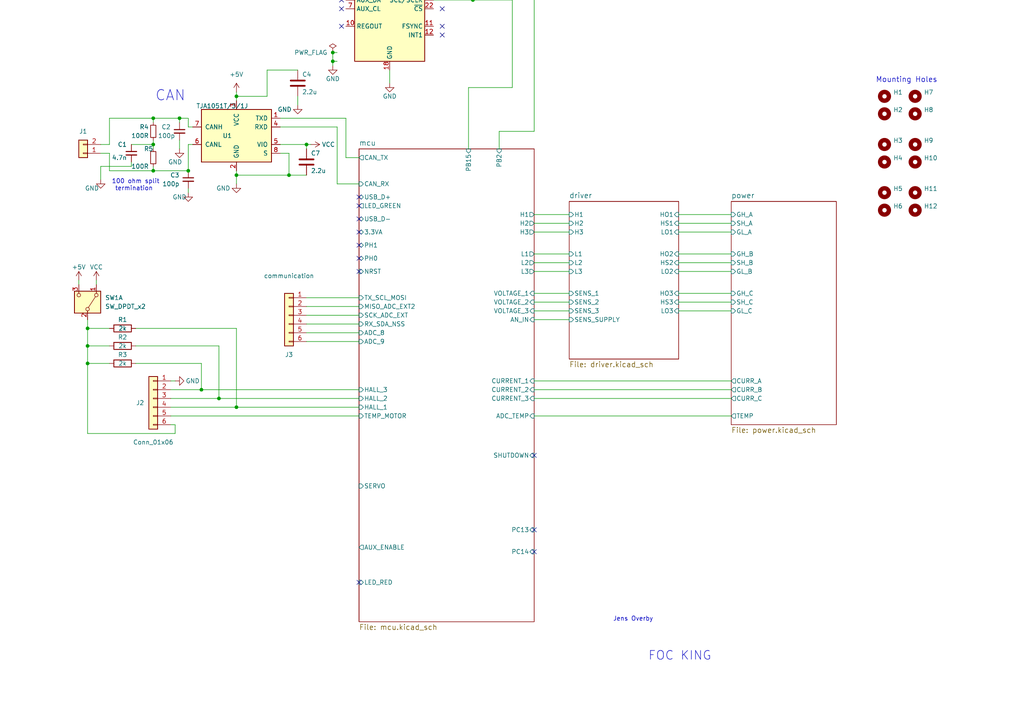
<source format=kicad_sch>
(kicad_sch (version 20230121) (generator eeschema)
  (paper "A4")
  (lib_symbols
    (symbol "BLDC_4-rescue:C-RESCUE-BLDC_4" (pin_numbers hide) (pin_names (offset 0.254))
      (property "Reference" "C" (at 0 2.54 0))
      (property "Value" "C-RESCUE-BLDC_4" (at 0.1524 -2.159 0))
      (symbol "C-RESCUE-BLDC_4_0_1"
        (polyline (pts (xy -2.032 -0.762) (xy 2.032 -0.762)) (stroke (width 0.508)))
        (polyline (pts (xy -2.032 0.762) (xy 2.032 0.762)) (stroke (width 0.508)))
      )
      (symbol "C-RESCUE-BLDC_4_1_1"
        (pin passive line (at 0 5.08 270) (length 4.318) (name "~") (number "1"))
        (pin passive line (at 0 -5.08 90) (length 4.318) (name "~") (number "2"))
      )
    )
    (symbol "BLDC_4-rescue:R-RESCUE-BLDC_4" (pin_numbers hide) (pin_names (offset 0))
      (property "Reference" "R" (at 2.032 0 90))
      (property "Value" "R-RESCUE-BLDC_4" (at 0.1778 0.0254 90))
      (symbol "R-RESCUE-BLDC_4_0_1"
        (rectangle (start -1.016 3.81) (end 1.016 -3.81) (stroke (width 0.3048)))
      )
      (symbol "R-RESCUE-BLDC_4_1_1"
        (pin passive line (at 0 6.35 270) (length 2.54) (name "~") (number "1"))
        (pin passive line (at 0 -6.35 90) (length 2.54) (name "~") (number "2"))
      )
    )
    (symbol "Connector_Generic:Conn_01x02" (pin_names (offset 1.016) hide)
      (property "Reference" "J" (at 0 2.54 0))
      (property "Value" "Conn_01x02" (at 0 -5.08 0))
      (symbol "Conn_01x02_1_1"
        (rectangle (start -1.27 -2.413) (end 0 -2.667) (stroke (width 0.1524)))
        (rectangle (start -1.27 0.127) (end 0 -0.127) (stroke (width 0.1524)))
        (rectangle (start -1.27 1.27) (end 1.27 -3.81) (stroke (width 0.254)) (fill (type background)))
        (pin passive line (at -5.08 0 0) (length 3.81) (name "Pin_1") (number "1"))
        (pin passive line (at -5.08 -2.54 0) (length 3.81) (name "Pin_2") (number "2"))
      )
    )
    (symbol "Connector_Generic:Conn_01x06" (pin_names (offset 1.016) hide)
      (property "Reference" "J" (at 0 7.62 0))
      (property "Value" "Conn_01x06" (at 0 -10.16 0))
      (symbol "Conn_01x06_1_1"
        (rectangle (start -1.27 -7.493) (end 0 -7.747) (stroke (width 0.1524)))
        (rectangle (start -1.27 -4.953) (end 0 -5.207) (stroke (width 0.1524)))
        (rectangle (start -1.27 -2.413) (end 0 -2.667) (stroke (width 0.1524)))
        (rectangle (start -1.27 0.127) (end 0 -0.127) (stroke (width 0.1524)))
        (rectangle (start -1.27 2.667) (end 0 2.413) (stroke (width 0.1524)))
        (rectangle (start -1.27 5.207) (end 0 4.953) (stroke (width 0.1524)))
        (rectangle (start -1.27 6.35) (end 1.27 -8.89) (stroke (width 0.254)) (fill (type background)))
        (pin passive line (at -5.08 5.08 0) (length 3.81) (name "Pin_1") (number "1"))
        (pin passive line (at -5.08 2.54 0) (length 3.81) (name "Pin_2") (number "2"))
        (pin passive line (at -5.08 0 0) (length 3.81) (name "Pin_3") (number "3"))
        (pin passive line (at -5.08 -2.54 0) (length 3.81) (name "Pin_4") (number "4"))
        (pin passive line (at -5.08 -5.08 0) (length 3.81) (name "Pin_5") (number "5"))
        (pin passive line (at -5.08 -7.62 0) (length 3.81) (name "Pin_6") (number "6"))
      )
    )
    (symbol "Device:C" (pin_numbers hide) (pin_names (offset 0.254))
      (property "Reference" "C" (at 0.635 2.54 0))
      (property "Value" "C" (at 0.635 -2.54 0))
      (symbol "C_0_1"
        (polyline (pts (xy -2.032 -0.762) (xy 2.032 -0.762)) (stroke (width 0.508)))
        (polyline (pts (xy -2.032 0.762) (xy 2.032 0.762)) (stroke (width 0.508)))
      )
      (symbol "C_1_1"
        (pin passive line (at 0 3.81 270) (length 2.794) (name "~") (number "1"))
        (pin passive line (at 0 -3.81 90) (length 2.794) (name "~") (number "2"))
      )
    )
    (symbol "Device:C_Small" (pin_numbers hide) (pin_names (offset 0.254) hide)
      (property "Reference" "C" (at 0.254 1.778 0))
      (property "Value" "C_Small" (at 0.254 -2.032 0))
      (symbol "C_Small_0_1"
        (polyline (pts (xy -1.524 -0.508) (xy 1.524 -0.508)) (stroke (width 0.3302)))
        (polyline (pts (xy -1.524 0.508) (xy 1.524 0.508)) (stroke (width 0.3048)))
      )
      (symbol "C_Small_1_1"
        (pin passive line (at 0 2.54 270) (length 2.032) (name "~") (number "1"))
        (pin passive line (at 0 -2.54 90) (length 2.032) (name "~") (number "2"))
      )
    )
    (symbol "Device:R" (pin_numbers hide) (pin_names (offset 0))
      (property "Reference" "R" (at 2.032 0 90))
      (property "Value" "R" (at 0 0 90))
      (symbol "R_0_1"
        (rectangle (start -1.016 -2.54) (end 1.016 2.54) (stroke (width 0.254)))
      )
      (symbol "R_1_1"
        (pin passive line (at 0 3.81 270) (length 1.27) (name "~") (number "1"))
        (pin passive line (at 0 -3.81 90) (length 1.27) (name "~") (number "2"))
      )
    )
    (symbol "Device:R_Small" (pin_numbers hide) (pin_names (offset 0.254) hide)
      (property "Reference" "R" (at 0.762 0.508 0))
      (property "Value" "R_Small" (at 0.762 -1.016 0))
      (symbol "R_Small_0_1"
        (rectangle (start -0.762 1.778) (end 0.762 -1.778) (stroke (width 0.2032)))
      )
      (symbol "R_Small_1_1"
        (pin passive line (at 0 2.54 270) (length 0.762) (name "~") (number "1"))
        (pin passive line (at 0 -2.54 90) (length 0.762) (name "~") (number "2"))
      )
    )
    (symbol "Interface_CAN_LIN:TJA1051T-3" (pin_names (offset 1.016))
      (property "Reference" "U" (at -10.16 8.89 0))
      (property "Value" "TJA1051T-3" (at 1.27 8.89 0))
      (symbol "TJA1051T-3_0_1"
        (rectangle (start -10.16 7.62) (end 10.16 -7.62) (stroke (width 0.254)) (fill (type background)))
      )
      (symbol "TJA1051T-3_1_1"
        (pin input line (at -12.7 5.08 0) (length 2.54) (name "TXD") (number "1"))
        (pin power_in line (at 0 -10.16 90) (length 2.54) (name "GND") (number "2"))
        (pin power_in line (at 0 10.16 270) (length 2.54) (name "VCC") (number "3"))
        (pin output line (at -12.7 2.54 0) (length 2.54) (name "RXD") (number "4"))
        (pin power_in line (at -12.7 -2.54 0) (length 2.54) (name "VIO") (number "5"))
        (pin bidirectional line (at 12.7 -2.54 180) (length 2.54) (name "CANL") (number "6"))
        (pin bidirectional line (at 12.7 2.54 180) (length 2.54) (name "CANH") (number "7"))
        (pin input line (at -12.7 -5.08 0) (length 2.54) (name "S") (number "8"))
      )
    )
    (symbol "Mechanical:MountingHole" (pin_names (offset 1.016))
      (property "Reference" "H" (at 0 5.08 0))
      (property "Value" "MountingHole" (at 0 3.175 0))
      (symbol "MountingHole_0_1"
        (circle (center 0 0) (radius 1.27) (stroke (width 1.27)))
      )
    )
    (symbol "Sensor_Motion:ICM-20948"
      (property "Reference" "U" (at -11.43 16.51 0))
      (property "Value" "ICM-20948" (at 7.62 -16.51 0))
      (symbol "ICM-20948_0_1"
        (rectangle (start -10.16 15.24) (end 10.16 -15.24) (stroke (width 0.254)) (fill (type background)))
      )
      (symbol "ICM-20948_1_1"
        (pin no_connect line (at -10.16 12.7 0) (length 2.54) hide (name "NC") (number "1"))
        (pin passive line (at 12.7 -5.08 180) (length 2.54) (name "REGOUT") (number "10"))
        (pin input line (at -12.7 -5.08 0) (length 2.54) (name "FSYNC") (number "11"))
        (pin output line (at -12.7 -7.62 0) (length 2.54) (name "INT1") (number "12"))
        (pin power_in line (at 2.54 17.78 270) (length 2.54) (name "VDD") (number "13"))
        (pin no_connect line (at 10.16 7.62 180) (length 2.54) hide (name "NC") (number "14"))
        (pin no_connect line (at 10.16 5.08 180) (length 2.54) hide (name "NC") (number "15"))
        (pin no_connect line (at 10.16 -7.62 180) (length 2.54) hide (name "NC") (number "16"))
        (pin no_connect line (at 10.16 -10.16 180) (length 2.54) hide (name "NC") (number "17"))
        (pin power_in line (at 0 -17.78 90) (length 2.54) (name "GND") (number "18"))
        (pin no_connect line (at 10.16 -12.7 180) (length 2.54) hide (name "RESV") (number "19"))
        (pin no_connect line (at -10.16 10.16 0) (length 2.54) hide (name "NC") (number "2"))
        (pin passive line (at 0 -17.78 90) (length 2.54) hide (name "GND") (number "20"))
        (pin bidirectional line (at 12.7 2.54 180) (length 2.54) (name "AUX_DA") (number "21"))
        (pin input line (at -12.7 0 0) (length 2.54) (name "~{CS}") (number "22"))
        (pin input line (at -12.7 2.54 0) (length 2.54) (name "SCL/SCLK") (number "23"))
        (pin bidirectional line (at -12.7 5.08 0) (length 2.54) (name "SDA/SDI") (number "24"))
        (pin no_connect line (at -10.16 -2.54 0) (length 2.54) hide (name "NC") (number "3"))
        (pin no_connect line (at -10.16 -10.16 0) (length 2.54) hide (name "NC") (number "4"))
        (pin no_connect line (at -10.16 -12.7 0) (length 2.54) hide (name "NC") (number "5"))
        (pin no_connect line (at 10.16 10.16 180) (length 2.54) hide (name "NC") (number "6"))
        (pin output line (at 12.7 0 180) (length 2.54) (name "AUX_CL") (number "7"))
        (pin power_in line (at -2.54 17.78 270) (length 2.54) (name "VDDIO") (number "8"))
        (pin bidirectional line (at -12.7 7.62 0) (length 2.54) (name "SDO/AD0") (number "9"))
      )
    )
    (symbol "Switch:SW_DPDT_x2" (pin_names (offset 0) hide)
      (property "Reference" "SW" (at 0 5.08 0))
      (property "Value" "SW_DPDT_x2" (at 0 -5.08 0))
      (symbol "SW_DPDT_x2_0_0"
        (circle (center -2.032 0) (radius 0.508))
        (circle (center 2.032 -2.54) (radius 0.508))
      )
      (symbol "SW_DPDT_x2_0_1"
        (rectangle (start -3.175 3.81) (end 3.175 -3.81) (stroke (width 0.254)) (fill (type background)))
        (polyline (pts (xy -1.524 0.254) (xy 1.5748 2.286)))
        (circle (center 2.032 2.54) (radius 0.508))
      )
      (symbol "SW_DPDT_x2_1_1"
        (pin passive line (at 5.08 2.54 180) (length 2.54) (name "A") (number "1"))
        (pin passive line (at -5.08 0 0) (length 2.54) (name "B") (number "2"))
        (pin passive line (at 5.08 -2.54 180) (length 2.54) (name "C") (number "3"))
      )
      (symbol "SW_DPDT_x2_2_1"
        (pin passive line (at 5.08 2.54 180) (length 2.54) (name "A") (number "4"))
        (pin passive line (at -5.08 0 0) (length 2.54) (name "B") (number "5"))
        (pin passive line (at 5.08 -2.54 180) (length 2.54) (name "C") (number "6"))
      )
    )
    (symbol "power:+5V" (power) (pin_names (offset 0))
      (property "Value" "+5V" (at 0 3.556 0))
      (symbol "+5V_0_1"
        (polyline (pts (xy -0.762 1.27) (xy 0 2.54)))
        (polyline (pts (xy 0 0) (xy 0 2.54)))
        (polyline (pts (xy 0 2.54) (xy 0.762 1.27)))
      )
      (symbol "+5V_1_1"
        (pin power_in line (at 0 0 90) (length 0) hide (name "+5V") (number "1"))
      )
    )
    (symbol "power:GND" (power) (pin_names (offset 0))
      (property "Value" "GND" (at 0 -3.81 0))
      (symbol "GND_0_1"
        (polyline (pts (xy 0 0) (xy 0 -1.27) (xy 1.27 -1.27) (xy 0 -2.54) (xy -1.27 -1.27) (xy 0 -1.27)))
      )
      (symbol "GND_1_1"
        (pin power_in line (at 0 0 270) (length 0) hide (name "GND") (number "1"))
      )
    )
    (symbol "power:PWR_FLAG" (power) (pin_numbers hide) (pin_names (offset 0) hide)
      (property "Value" "PWR_FLAG" (at 0 3.81 0))
      (symbol "PWR_FLAG_0_0"
        (pin power_out line (at 0 0 90) (length 0) (name "pwr") (number "1"))
      )
      (symbol "PWR_FLAG_0_1"
        (polyline (pts (xy 0 0) (xy 0 1.27) (xy -1.016 1.905) (xy 0 2.54) (xy 1.016 1.905) (xy 0 1.27)))
      )
    )
    (symbol "power:VCC" (power) (pin_names (offset 0))
      (property "Value" "VCC" (at 0 3.81 0))
      (symbol "VCC_0_1"
        (polyline (pts (xy -0.762 1.27) (xy 0 2.54)))
        (polyline (pts (xy 0 0) (xy 0 2.54)))
        (polyline (pts (xy 0 2.54) (xy 0.762 1.27)))
      )
      (symbol "VCC_1_1"
        (pin power_in line (at 0 0 90) (length 0) hide (name "VCC") (number "1"))
      )
    )
  )
  (junction (at 52.07 34.29))
  (junction (at 54.61 49.53))
  (junction (at 83.82 50.8))
  (junction (at 137.16 -19.05))
  (junction (at 25.4 100.33))
  (junction (at 44.45 41.91))
  (junction (at 68.58 27.94))
  (junction (at 110.49 -15.24))
  (junction (at 137.16 0))
  (junction (at 101.6 -15.24))
  (junction (at 146.05 -2.54))
  (junction (at 44.45 49.53))
  (junction (at 115.57 -15.24))
  (junction (at 96.52 15.24))
  (junction (at 63.5 -15.24))
  (junction (at 58.42 113.03))
  (junction (at 60.96 -15.24))
  (junction (at 68.58 50.8))
  (junction (at 44.45 34.29))
  (junction (at 96.52 17.78))
  (junction (at 50.8 -13.97))
  (junction (at 25.4 105.41))
  (junction (at 63.5 115.57))
  (junction (at 120.65 -15.24))
  (junction (at 25.4 95.25))
  (junction (at 68.58 118.11))
  (junction (at 88.9 41.91))
  (no_connect (at 154.94 132.08))
  (no_connect (at 104.14 168.91))
  (no_connect (at 99.06 0))
  (no_connect (at 99.06 7.62))
  (no_connect (at 128.27 10.16))
  (no_connect (at 154.94 153.67))
  (no_connect (at 128.27 -5.08))
  (no_connect (at 99.06 2.54))
  (no_connect (at 154.94 160.02))
  (no_connect (at 128.27 2.54))
  (no_connect (at 104.14 63.5))
  (no_connect (at 104.14 57.15))
  (no_connect (at 104.14 59.69))
  (no_connect (at 104.14 74.93))
  (no_connect (at 104.14 67.31))
  (no_connect (at 104.14 71.12))
  (no_connect (at 104.14 78.74))
  (no_connect (at 128.27 7.62))
  (wire (pts (xy 60.96 -17.78) (xy 60.96 -15.24)))
  (wire (pts (xy 58.42 113.03) (xy 104.14 113.03)))
  (wire (pts (xy 116.84 -36.83) (xy 116.84 -33.02)))
  (wire (pts (xy 146.05 -19.05) (xy 137.16 -19.05)))
  (wire (pts (xy 96.52 15.24) (xy 96.52 17.78)))
  (wire (pts (xy 165.1 62.23) (xy 154.94 62.23)))
  (wire (pts (xy 25.4 95.25) (xy 31.75 95.25)))
  (wire (pts (xy 81.28 41.91) (xy 88.9 41.91)))
  (wire (pts (xy 63.5 100.33) (xy 63.5 115.57)))
  (wire (pts (xy 196.85 90.17) (xy 212.09 90.17)))
  (wire (pts (xy 39.37 95.25) (xy 68.58 95.25)))
  (wire (pts (xy 29.21 41.91) (xy 31.75 41.91)))
  (wire (pts (xy 54.61 41.91) (xy 54.61 49.53)))
  (wire (pts (xy 31.75 44.45) (xy 31.75 49.53)))
  (wire (pts (xy 146.05 -2.54) (xy 146.05 -5.08)))
  (wire (pts (xy 154.94 -2.54) (xy 146.05 -2.54)))
  (wire (pts (xy 97.79 36.83) (xy 97.79 53.34)))
  (wire (pts (xy 46.99 -13.97) (xy 46.99 -11.43)))
  (wire (pts (xy 165.1 64.77) (xy 154.94 64.77)))
  (wire (pts (xy 154.94 115.57) (xy 212.09 115.57)))
  (wire (pts (xy 212.09 87.63) (xy 196.85 87.63)))
  (wire (pts (xy 146.05 -17.78) (xy 146.05 -19.05)))
  (wire (pts (xy 77.47 20.32) (xy 77.47 27.94)))
  (wire (pts (xy 44.45 34.29) (xy 44.45 35.56)))
  (wire (pts (xy 39.37 100.33) (xy 63.5 100.33)))
  (wire (pts (xy 109.22 -36.83) (xy 109.22 -33.02)))
  (wire (pts (xy 86.36 27.94) (xy 86.36 30.48)))
  (wire (pts (xy 88.9 43.18) (xy 88.9 41.91)))
  (wire (pts (xy 39.37 105.41) (xy 58.42 105.41)))
  (wire (pts (xy 50.8 123.19) (xy 50.8 125.73)))
  (wire (pts (xy 125.73 -2.54) (xy 146.05 -2.54)))
  (wire (pts (xy 154.94 113.03) (xy 212.09 113.03)))
  (wire (pts (xy 137.16 -19.05) (xy 137.16 -21.59)))
  (wire (pts (xy 154.94 78.74) (xy 165.1 78.74)))
  (wire (pts (xy 63.5 -15.24) (xy 80.01 -15.24)))
  (wire (pts (xy 96.52 17.78) (xy 97.79 17.78)))
  (wire (pts (xy 81.28 36.83) (xy 97.79 36.83)))
  (wire (pts (xy 31.75 34.29) (xy 31.75 41.91)))
  (wire (pts (xy 148.59 25.4) (xy 148.59 0)))
  (wire (pts (xy 137.16 -5.08) (xy 137.16 0)))
  (wire (pts (xy 154.94 92.71) (xy 165.1 92.71)))
  (wire (pts (xy 58.42 105.41) (xy 58.42 113.03)))
  (wire (pts (xy 88.9 93.98) (xy 104.14 93.98)))
  (wire (pts (xy 165.1 90.17) (xy 154.94 90.17)))
  (wire (pts (xy 25.4 105.41) (xy 31.75 105.41)))
  (wire (pts (xy 88.9 96.52) (xy 104.14 96.52)))
  (wire (pts (xy 68.58 50.8) (xy 68.58 53.34)))
  (wire (pts (xy 135.89 25.4) (xy 148.59 25.4)))
  (wire (pts (xy 110.49 -15.24) (xy 115.57 -15.24)))
  (wire (pts (xy 52.07 40.64) (xy 52.07 43.18)))
  (wire (pts (xy 68.58 27.94) (xy 68.58 29.21)))
  (wire (pts (xy 54.61 49.53) (xy 44.45 49.53)))
  (wire (pts (xy 68.58 95.25) (xy 68.58 118.11)))
  (wire (pts (xy 31.75 49.53) (xy 44.45 49.53)))
  (wire (pts (xy 49.53 113.03) (xy 58.42 113.03)))
  (wire (pts (xy 135.89 43.18) (xy 135.89 25.4)))
  (wire (pts (xy 212.09 73.66) (xy 196.85 73.66)))
  (wire (pts (xy 49.53 115.57) (xy 63.5 115.57)))
  (wire (pts (xy 81.28 34.29) (xy 100.33 34.29)))
  (wire (pts (xy 120.65 -22.86) (xy 116.84 -22.86)))
  (wire (pts (xy 109.22 -22.86) (xy 101.6 -22.86)))
  (wire (pts (xy 88.9 99.06) (xy 104.14 99.06)))
  (wire (pts (xy 154.94 76.2) (xy 165.1 76.2)))
  (wire (pts (xy 44.45 49.53) (xy 44.45 48.26)))
  (wire (pts (xy 137.16 -17.78) (xy 137.16 -19.05)))
  (wire (pts (xy 196.85 67.31) (xy 212.09 67.31)))
  (wire (pts (xy 52.07 34.29) (xy 54.61 34.29)))
  (wire (pts (xy 50.8 -13.97) (xy 50.8 -10.16)))
  (wire (pts (xy 55.88 41.91) (xy 54.61 41.91)))
  (wire (pts (xy 50.8 -17.78) (xy 50.8 -13.97)))
  (wire (pts (xy 212.09 64.77) (xy 196.85 64.77)))
  (wire (pts (xy 25.4 92.71) (xy 25.4 95.25)))
  (wire (pts (xy 212.09 78.74) (xy 196.85 78.74)))
  (wire (pts (xy 77.47 27.94) (xy 68.58 27.94)))
  (wire (pts (xy 49.53 120.65) (xy 104.14 120.65)))
  (wire (pts (xy 83.82 50.8) (xy 88.9 50.8)))
  (wire (pts (xy 125.73 0) (xy 137.16 0)))
  (wire (pts (xy 44.45 40.64) (xy 44.45 41.91)))
  (wire (pts (xy 44.45 34.29) (xy 52.07 34.29)))
  (wire (pts (xy 88.9 91.44) (xy 104.14 91.44)))
  (wire (pts (xy 22.86 81.28) (xy 22.86 82.55)))
  (wire (pts (xy 55.88 36.83) (xy 54.61 36.83)))
  (wire (pts (xy 88.9 88.9) (xy 104.14 88.9)))
  (wire (pts (xy 38.1 41.91) (xy 44.45 41.91)))
  (wire (pts (xy 90.17 41.91) (xy 88.9 41.91)))
  (wire (pts (xy 196.85 85.09) (xy 212.09 85.09)))
  (wire (pts (xy 154.94 110.49) (xy 212.09 110.49)))
  (wire (pts (xy 50.8 125.73) (xy 25.4 125.73)))
  (wire (pts (xy 63.5 -17.78) (xy 63.5 -15.24)))
  (wire (pts (xy 86.36 20.32) (xy 77.47 20.32)))
  (wire (pts (xy 54.61 34.29) (xy 54.61 36.83)))
  (wire (pts (xy 154.94 73.66) (xy 165.1 73.66)))
  (wire (pts (xy 27.94 81.28) (xy 27.94 82.55)))
  (wire (pts (xy 144.78 38.1) (xy 154.94 38.1)))
  (wire (pts (xy 25.4 100.33) (xy 25.4 95.25)))
  (wire (pts (xy 38.1 46.99) (xy 38.1 48.26)))
  (wire (pts (xy 68.58 118.11) (xy 49.53 118.11)))
  (wire (pts (xy 52.07 34.29) (xy 52.07 35.56)))
  (wire (pts (xy 29.21 48.26) (xy 29.21 52.07)))
  (wire (pts (xy 125.73 -15.24) (xy 120.65 -15.24)))
  (wire (pts (xy 165.1 67.31) (xy 154.94 67.31)))
  (wire (pts (xy 125.73 -36.83) (xy 125.73 -33.02)))
  (wire (pts (xy 196.85 62.23) (xy 212.09 62.23)))
  (wire (pts (xy 100.33 34.29) (xy 100.33 45.72)))
  (wire (pts (xy 25.4 125.73) (xy 25.4 105.41)))
  (wire (pts (xy 120.65 -15.24) (xy 115.57 -15.24)))
  (wire (pts (xy 31.75 34.29) (xy 44.45 34.29)))
  (wire (pts (xy 68.58 118.11) (xy 104.14 118.11)))
  (wire (pts (xy 54.61 54.61) (xy 54.61 55.88)))
  (wire (pts (xy 49.53 123.19) (xy 50.8 123.19)))
  (wire (pts (xy 29.21 48.26) (xy 38.1 48.26)))
  (wire (pts (xy 101.6 -22.86) (xy 101.6 -15.24)))
  (wire (pts (xy 92.71 -15.24) (xy 101.6 -15.24)))
  (wire (pts (xy 63.5 115.57) (xy 104.14 115.57)))
  (wire (pts (xy 83.82 50.8) (xy 83.82 44.45)))
  (wire (pts (xy 154.94 38.1) (xy 154.94 -2.54)))
  (wire (pts (xy 50.8 -13.97) (xy 46.99 -13.97)))
  (wire (pts (xy 113.03 20.32) (xy 113.03 24.13)))
  (wire (pts (xy 100.33 45.72) (xy 104.14 45.72)))
  (wire (pts (xy 63.5 -15.24) (xy 60.96 -15.24)))
  (wire (pts (xy 97.79 53.34) (xy 104.14 53.34)))
  (wire (pts (xy 68.58 26.67) (xy 68.58 27.94)))
  (wire (pts (xy 144.78 43.18) (xy 144.78 38.1)))
  (wire (pts (xy 120.65 -15.24) (xy 120.65 -22.86)))
  (wire (pts (xy 101.6 -15.24) (xy 110.49 -15.24)))
  (wire (pts (xy 25.4 105.41) (xy 25.4 100.33)))
  (wire (pts (xy 49.53 110.49) (xy 50.8 110.49)))
  (wire (pts (xy 196.85 76.2) (xy 212.09 76.2)))
  (wire (pts (xy 154.94 87.63) (xy 165.1 87.63)))
  (wire (pts (xy 96.52 17.78) (xy 96.52 19.05)))
  (wire (pts (xy 60.96 -15.24) (xy 60.96 -10.16)))
  (wire (pts (xy 68.58 49.53) (xy 68.58 50.8)))
  (wire (pts (xy 68.58 50.8) (xy 83.82 50.8)))
  (wire (pts (xy 148.59 0) (xy 137.16 0)))
  (wire (pts (xy 29.21 44.45) (xy 31.75 44.45)))
  (wire (pts (xy 44.45 41.91) (xy 44.45 43.18)))
  (wire (pts (xy 25.4 100.33) (xy 31.75 100.33)))
  (wire (pts (xy 154.94 120.65) (xy 212.09 120.65)))
  (wire (pts (xy 125.73 -20.32) (xy 125.73 -15.24)))
  (wire (pts (xy 83.82 44.45) (xy 81.28 44.45)))
  (wire (pts (xy 88.9 86.36) (xy 104.14 86.36)))
  (wire (pts (xy 97.79 15.24) (xy 96.52 15.24)))
  (wire (pts (xy 165.1 85.09) (xy 154.94 85.09)))
  (text "100 ohm split\n termination" (at 32.385 55.499 0) (effects (font (size 1.27 1.27)) (justify left bottom)))
  (text "CAN" (at 44.958 29.591 0) (effects (font (size 2.9972 2.9972)) (justify left bottom)))
  (text "FOC KING" (at 187.96 191.77 0) (effects (font (size 2.54 2.54)) (justify left bottom)))
  (text "Mounting Holes" (at 254 24.13 0) (effects (font (size 1.524 1.524)) (justify left bottom)))
  (text "Jens Overby" (at 177.8 180.34 0) (effects (font (size 1.27 1.27)) (justify left bottom)))
  (text "VDDIO (Voltage Divider to 1.812v)" (at 78.74 -17.78 0) (effects (font (size 0.6 0.6)) (justify left bottom)))
  (symbol (lib_id "Mechanical:MountingHole") (at 256.54 41.91 0) (unit 1)
    (property "Reference" "H3" (at 259.08 40.7416 0) (effects (justify left)))
    (property "Value" "MountingHole" (effects hide))
    (property "Footprint" "MountingHole:MountingHole_3.2mm_M3" (effects hide))
  )
  (symbol (lib_id "Connector_Generic:Conn_01x06") (at 44.45 115.57 0) (mirror y) (unit 1)
    (property "Reference" "J2" (at 40.64 116.84 0))
    (property "Value" "Conn_01x06" (at 44.45 128.27 0))
    (property "Footprint" "Connector_JST:JST_PH_B6B-PH-K_1x06_P2.00mm_Vertical" (effects hide))
  )
  (symbol (lib_id "BLDC_4-rescue:R-RESCUE-BLDC_4") (at 146.05 -11.43 0) (mirror y) (unit 1)
    (property "Reference" "R7" (at 148.59 -11.43 90))
    (property "Value" "1k" (at 146.05 -11.43 90))
    (property "Footprint" "Resistor_SMD:R_0603_1608Metric" (effects hide))
    (property "LCSC" "C21190" (effects hide))
  )
  (symbol (lib_id "Mechanical:MountingHole") (at 265.43 60.96 0) (unit 1)
    (property "Reference" "H12" (at 267.97 59.7916 0) (effects (justify left)))
    (property "Value" "MountingHole" (effects hide))
    (property "Footprint" "MountingHole:MountingHole_3.2mm_M3" (effects hide))
  )
  (symbol (lib_id "Device:C_Small") (at 52.07 38.1 0) (mirror y) (unit 1)
    (property "Reference" "C2" (at 49.53 36.83 0) (effects (justify left)))
    (property "Value" "100p" (at 50.8 39.37 0) (effects (justify left)))
    (property "Footprint" "Capacitor_SMD:C_0603_1608Metric" (effects hide))
    (property "LCSC" "C14858" (effects hide))
  )
  (symbol (lib_id "power:GND") (at 50.8 110.49 90) (mirror x) (unit 1)
    (property "Reference" "#PWR04" (effects hide))
    (property "Value" "GND" (at 55.88 110.49 90))
  )
  (symbol (lib_id "Device:R") (at 35.56 95.25 90) (unit 1)
    (property "Reference" "R1" (at 35.56 92.71 90))
    (property "Value" "2k" (at 35.56 95.25 90))
    (property "Footprint" "Resistor_SMD:R_0603_1608Metric" (effects hide))
    (property "LCSC" "C22975" (effects hide))
  )
  (symbol (lib_id "Connector_Generic:Conn_01x02") (at 24.13 44.45 180) (unit 1)
    (property "Reference" "J1" (at 24.13 38.1 0))
    (property "Value" "Conn_01x02_Male" (effects hide))
    (property "Footprint" "Connector_JST:JST_PH_B2B-PH-K_1x02_P2.00mm_Vertical" (effects hide))
    (property "DNP" "YES" (effects hide))
  )
  (symbol (lib_id "Mechanical:MountingHole") (at 265.43 41.91 0) (unit 1)
    (property "Reference" "H9" (at 267.97 40.7416 0) (effects (justify left)))
    (property "Value" "MountingHole" (effects hide))
    (property "Footprint" "MountingHole:MountingHole_3.2mm_M3" (effects hide))
  )
  (symbol (lib_id "power:VCC") (at 137.16 -21.59 0) (mirror y) (unit 1)
    (property "Reference" "#PWR015" (effects hide))
    (property "Value" "VCC" (at 137.16 -25.4 0))
  )
  (symbol (lib_id "BLDC_4-rescue:R-RESCUE-BLDC_4") (at 137.16 -11.43 0) (mirror x) (unit 1)
    (property "Reference" "R6" (at 139.7 -11.43 90))
    (property "Value" "1k" (at 137.16 -11.43 90))
    (property "Footprint" "Resistor_SMD:R_0603_1608Metric" (effects hide))
    (property "LCSC" "C21190" (effects hide))
  )
  (symbol (lib_id "power:GND") (at 52.07 43.18 0) (unit 1)
    (property "Reference" "#PWR05" (effects hide))
    (property "Value" "GND" (at 50.8 46.99 0))
  )
  (symbol (lib_id "Device:R") (at 35.56 100.33 90) (unit 1)
    (property "Reference" "R2" (at 35.56 97.79 90))
    (property "Value" "2k" (at 35.56 100.33 90))
    (property "Footprint" "Resistor_SMD:R_0603_1608Metric" (effects hide))
    (property "LCSC" "C22975" (effects hide))
  )
  (symbol (lib_id "power:PWR_FLAG") (at 96.52 15.24 0) (unit 1)
    (property "Reference" "#FLG01" (effects hide))
    (property "Value" "PWR_FLAG" (at 90.17 15.24 0))
  )
  (symbol (lib_id "power:GND") (at 125.73 -36.83 0) (mirror x) (unit 1)
    (property "Reference" "#PWR0104" (effects hide))
    (property "Value" "GND" (at 125.73 -40.64 0))
  )
  (symbol (lib_id "BLDC_4-rescue:C-RESCUE-BLDC_4") (at 55.88 -17.78 90) (mirror x) (unit 1)
    (property "Reference" "C5" (at 54.61 -19.05 90) (effects (justify left)))
    (property "Value" "100n" (at 58.42 -21.59 90) (effects (justify left)))
    (property "Footprint" "Capacitor_SMD:C_0603_1608Metric" (effects hide))
    (property "LCSC" "C14663" (effects hide))
  )
  (symbol (lib_id "BLDC_4-rescue:C-RESCUE-BLDC_4") (at 55.88 -10.16 90) (mirror x) (unit 1)
    (property "Reference" "C6" (at 54.61 -8.89 90) (effects (justify left)))
    (property "Value" "100n" (at 58.42 -6.35 90) (effects (justify left)))
    (property "Footprint" "Capacitor_SMD:C_0603_1608Metric" (effects hide))
    (property "LCSC" "C14663" (effects hide))
  )
  (symbol (lib_id "Device:R_Small") (at 44.45 45.72 0) (mirror x) (unit 1)
    (property "Reference" "R5" (at 44.45 43.18 0) (effects (justify right)))
    (property "Value" "100R" (at 43.18 48.26 0) (effects (justify right)))
    (property "Footprint" "Resistor_SMD:R_0603_1608Metric" (effects hide))
    (property "LCSC" "C22775" (effects hide))
  )
  (symbol (lib_id "BLDC_4-rescue:R-RESCUE-BLDC_4") (at 86.36 -15.24 90) (mirror x) (unit 1)
    (property "Reference" "R3k" (at 86.36 -12.7 90))
    (property "Value" "3.3k" (at 86.36 -15.24 90))
    (property "Footprint" "Resistor_SMD:R_0603_1608Metric" (effects hide))
    (property "LCSC" "C21190" (effects hide))
  )
  (symbol (lib_id "Mechanical:MountingHole") (at 256.54 60.96 0) (unit 1)
    (property "Reference" "H6" (at 259.08 59.7916 0) (effects (justify left)))
    (property "Value" "MountingHole" (effects hide))
    (property "Footprint" "MountingHole:MountingHole_3.2mm_M3" (effects hide))
  )
  (symbol (lib_id "Interface_CAN_LIN:TJA1051T-3") (at 68.58 39.37 0) (mirror y) (unit 1)
    (property "Reference" "U1" (at 67.31 39.37 0) (effects (justify left)))
    (property "Value" "TJA1051T/3/1J" (at 72.009 30.734 0) (effects (justify left)))
    (property "Footprint" "Package_SO:SOIC-8_3.9x4.9mm_P1.27mm" (effects hide))
    (property "Datasheet" "http://www.nxp.com/docs/en/data-sheet/TJA1051.pdf" (effects hide))
    (property "LCSC" "C38695" (effects hide))
  )
  (symbol (lib_id "power:+5V") (at 22.86 81.28 0) (unit 1)
    (property "Reference" "#PWR01" (effects hide))
    (property "Value" "+5V" (at 22.86 77.47 0))
  )
  (symbol (lib_id "power:+5V") (at 68.58 26.67 0) (unit 1)
    (property "Reference" "#PWR07" (effects hide))
    (property "Value" "+5V" (at 68.58 21.59 0))
  )
  (symbol (lib_id "Device:R_Small") (at 44.45 38.1 0) (mirror x) (unit 1)
    (property "Reference" "R4" (at 43.18 36.83 0) (effects (justify right)))
    (property "Value" "100R" (at 43.18 39.37 0) (effects (justify right)))
    (property "Footprint" "Resistor_SMD:R_0603_1608Metric" (effects hide))
    (property "LCSC" "C22775" (effects hide))
  )
  (symbol (lib_id "Mechanical:MountingHole") (at 265.43 27.94 0) (unit 1)
    (property "Reference" "H7" (at 267.97 26.7716 0) (effects (justify left)))
    (property "Value" "MountingHole" (effects hide))
    (property "Footprint" "MountingHole:MountingHole_3.2mm_M3" (effects hide))
  )
  (symbol (lib_id "power:VCC") (at 90.17 41.91 270) (mirror x) (unit 1)
    (property "Reference" "#PWR011" (effects hide))
    (property "Value" "VCC" (at 95.25 41.91 90))
  )
  (symbol (lib_id "Mechanical:MountingHole") (at 256.54 33.02 0) (unit 1)
    (property "Reference" "H2" (at 259.08 31.8516 0) (effects (justify left)))
    (property "Value" "MountingHole" (effects hide))
    (property "Footprint" "MountingHole:MountingHole_3.2mm_M3" (effects hide))
  )
  (symbol (lib_id "Mechanical:MountingHole") (at 256.54 27.94 0) (unit 1)
    (property "Reference" "H1" (at 259.08 26.7716 0) (effects (justify left)))
    (property "Value" "MountingHole" (effects hide))
    (property "Footprint" "MountingHole:MountingHole_3.2mm_M3" (effects hide))
  )
  (symbol (lib_id "Connector_Generic:Conn_01x06") (at 83.82 91.44 0) (mirror y) (unit 1)
    (property "Reference" "J3" (at 83.82 102.87 0))
    (property "Value" "communication" (at 83.82 80.01 0))
    (property "Footprint" "Connector_JST:JST_XH_B6B-XH-A_1x06_P2.50mm_Vertical" (effects hide))
  )
  (symbol (lib_id "Device:C_Small") (at 38.1 44.45 0) (mirror y) (unit 1)
    (property "Reference" "C1" (at 36.83 41.91 0) (effects (justify left)))
    (property "Value" "4.7n" (at 36.83 45.72 0) (effects (justify left)))
    (property "Footprint" "Capacitor_SMD:C_0603_1608Metric" (effects hide))
    (property "LCSC" "C53987" (effects hide))
  )
  (symbol (lib_id "power:GND") (at 68.58 53.34 0) (unit 1)
    (property "Reference" "#PWR08" (effects hide))
    (property "Value" "GND" (at 64.77 54.61 0))
  )
  (symbol (lib_id "Sensor_Motion:ICM-20948") (at 113.03 2.54 0) (mirror y) (unit 1)
    (property "Reference" "U2" (at 113.03 -19.4818 0))
    (property "Value" "ICM-20948" (at 113.03 -17.1704 0))
    (property "Footprint" "Sensor_Motion:InvenSense_QFN-24_3x3mm_P0.4mm" (effects hide))
    (property "Datasheet" "http://www.invensense.com/wp-content/uploads/2016/06/DS-000189-ICM-20948-v1.3.pdf" (effects hide))
    (property "Field4" "Bosch" (effects hide))
    (property "Field5" "Unavailable" (effects hide))
    (property "Field6" "LGA-14 Bosch" (effects hide))
    (property "Field7" "None" (effects hide))
    (property "Field8" "BMI160" (effects hide))
    (property "LCSC" "C94021" (effects hide))
  )
  (symbol (lib_id "power:GND") (at 86.36 30.48 0) (unit 1)
    (property "Reference" "#PWR010" (effects hide))
    (property "Value" "GND" (at 82.55 31.75 0))
  )
  (symbol (lib_id "Mechanical:MountingHole") (at 265.43 33.02 0) (unit 1)
    (property "Reference" "H8" (at 267.97 31.8516 0) (effects (justify left)))
    (property "Value" "MountingHole" (effects hide))
    (property "Footprint" "MountingHole:MountingHole_3.2mm_M3" (effects hide))
  )
  (symbol (lib_id "power:VCC") (at 63.5 -17.78 0) (mirror y) (unit 1)
    (property "Reference" "#PWR012" (effects hide))
    (property "Value" "VCC" (at 63.5 -21.59 0))
  )
  (symbol (lib_id "power:GND") (at 54.61 55.88 0) (unit 1)
    (property "Reference" "#PWR06" (effects hide))
    (property "Value" "GND" (at 52.07 57.15 0))
  )
  (symbol (lib_id "Device:R") (at 35.56 105.41 90) (unit 1)
    (property "Reference" "R3" (at 35.56 102.87 90))
    (property "Value" "2k" (at 35.56 105.41 90))
    (property "Footprint" "Resistor_SMD:R_0603_1608Metric" (effects hide))
    (property "LCSC" "C22975" (effects hide))
  )
  (symbol (lib_id "power:GND") (at 29.21 52.07 0) (mirror y) (unit 1)
    (property "Reference" "#PWR03" (effects hide))
    (property "Value" "GND" (at 26.67 54.61 0))
  )
  (symbol (lib_id "Mechanical:MountingHole") (at 265.43 55.88 0) (unit 1)
    (property "Reference" "H11" (at 267.97 54.7116 0) (effects (justify left)))
    (property "Value" "MountingHole" (effects hide))
    (property "Footprint" "MountingHole:MountingHole_3.2mm_M3" (effects hide))
  )
  (symbol (lib_id "BLDC_4-rescue:C-RESCUE-BLDC_4") (at 109.22 -27.94 0) (mirror y) (unit 1)
    (property "Reference" "CAP1" (at 110.49 -29.21 90) (effects (justify left)))
    (property "Value" "100n" (at 105.41 -25.4 90) (effects (justify left)))
    (property "Footprint" "Capacitor_SMD:C_0603_1608Metric" (effects hide))
    (property "LCSC" "C14663" (effects hide))
  )
  (symbol (lib_id "power:GND") (at 109.22 -36.83 0) (mirror x) (unit 1)
    (property "Reference" "#PWR0102" (effects hide))
    (property "Value" "GND" (at 109.22 -40.64 0))
  )
  (symbol (lib_id "Device:C") (at 86.36 24.13 0) (unit 1)
    (property "Reference" "C4" (at 87.63 21.59 0) (effects (justify left)))
    (property "Value" "2.2u" (at 87.63 26.67 0) (effects (justify left)))
    (property "Footprint" "Capacitor_SMD:C_0603_1608Metric" (effects hide))
    (property "LCSC" "C23630" (effects hide))
  )
  (symbol (lib_id "Device:C_Small") (at 54.61 52.07 0) (mirror y) (unit 1)
    (property "Reference" "C3" (at 52.07 50.8 0) (effects (justify left)))
    (property "Value" "100p" (at 52.07 53.34 0) (effects (justify left)))
    (property "Footprint" "Capacitor_SMD:C_0603_1608Metric" (effects hide))
    (property "LCSC" "C14858" (effects hide))
  )
  (symbol (lib_id "power:GND") (at 113.03 24.13 0) (mirror y) (unit 1)
    (property "Reference" "#PWR014" (effects hide))
    (property "Value" "GND" (at 113.03 27.94 0))
  )
  (symbol (lib_id "Switch:SW_DPDT_x2") (at 25.4 87.63 270) (mirror x) (unit 1)
    (property "Reference" "SW1" (at 30.48 86.3599 90) (effects (justify left)))
    (property "Value" "SW_DPDT_x2" (at 30.48 88.8999 90) (effects (justify left)))
    (property "Footprint" "Jumper:SolderJumper-3_P1.3mm_Bridged2Bar12_Pad1.0x1.5mm" (effects hide))
  )
  (symbol (lib_id "Mechanical:MountingHole") (at 265.43 46.99 0) (unit 1)
    (property "Reference" "H10" (at 267.97 45.8216 0) (effects (justify left)))
    (property "Value" "MountingHole" (effects hide))
    (property "Footprint" "MountingHole:MountingHole_3.2mm_M3" (effects hide))
  )
  (symbol (lib_id "Mechanical:MountingHole") (at 256.54 46.99 0) (unit 1)
    (property "Reference" "H4" (at 259.08 45.8216 0) (effects (justify left)))
    (property "Value" "MountingHole" (effects hide))
    (property "Footprint" "MountingHole:MountingHole_3.2mm_M3" (effects hide))
  )
  (symbol (lib_id "power:VCC") (at 27.94 81.28 0) (mirror y) (unit 1)
    (property "Reference" "#PWR02" (effects hide))
    (property "Value" "VCC" (at 27.94 77.47 0))
  )
  (symbol (lib_id "BLDC_4-rescue:R-RESCUE-BLDC_4") (at 125.73 -26.67 0) (mirror x) (unit 1)
    (property "Reference" "R4k1" (at 128.27 -26.67 90))
    (property "Value" "4.02k" (at 125.73 -26.67 90))
    (property "Footprint" "Resistor_SMD:R_0603_1608Metric" (effects hide))
    (property "LCSC" "C21190" (effects hide))
  )
  (symbol (lib_id "power:GND") (at 116.84 -36.83 0) (mirror x) (unit 1)
    (property "Reference" "#PWR0103" (effects hide))
    (property "Value" "GND" (at 116.84 -40.64 0))
  )
  (symbol (lib_id "power:GND") (at 96.52 19.05 0) (mirror y) (unit 1)
    (property "Reference" "#PWR013" (effects hide))
    (property "Value" "GND" (at 96.52 22.86 0))
  )
  (symbol (lib_id "power:GND") (at 46.99 -11.43 0) (mirror y) (unit 1)
    (property "Reference" "#PWR09" (effects hide))
    (property "Value" "GND" (at 46.99 -7.62 0))
  )
  (symbol (lib_id "BLDC_4-rescue:C-RESCUE-BLDC_4") (at 116.84 -27.94 0) (mirror y) (unit 1)
    (property "Reference" "CAP2" (at 118.11 -29.21 90) (effects (justify left)))
    (property "Value" "100n" (at 120.65 -25.4 90) (effects (justify left)))
    (property "Footprint" "Capacitor_SMD:C_0603_1608Metric" (effects hide))
    (property "LCSC" "C14663" (effects hide))
  )
  (symbol (lib_id "Mechanical:MountingHole") (at 256.54 55.88 0) (unit 1)
    (property "Reference" "H5" (at 259.08 54.7116 0) (effects (justify left)))
    (property "Value" "MountingHole" (effects hide))
    (property "Footprint" "MountingHole:MountingHole_3.2mm_M3" (effects hide))
  )
  (symbol (lib_id "Device:C") (at 88.9 46.99 0) (unit 1)
    (property "Reference" "C7" (at 90.17 44.45 0) (effects (justify left)))
    (property "Value" "2.2u" (at 90.17 49.53 0) (effects (justify left)))
    (property "Footprint" "Capacitor_SMD:C_0603_1608Metric" (effects hide))
    (property "LCSC" "C23630" (effects hide))
  )
  (sheet (at 104.14 43.18) (size 50.8 137.16)
    (property "Sheetname" "mcu" (at 104.14 42.3414 0) (effects (font (size 1.524 1.524)) (justify left bottom)))
    (property "Sheetfile" "mcu.kicad_sch" (at 104.14 181.0262 0) (effects (font (size 1.524 1.524)) (justify left top)))
    (pin "HALL_1" input (at 104.14 118.11 180))
    (pin "HALL_2" input (at 104.14 115.57 180))
    (pin "HALL_3" input (at 104.14 113.03 180))
    (pin "L3" output (at 154.94 78.74 0))
    (pin "L2" output (at 154.94 76.2 0))
    (pin "L1" output (at 154.94 73.66 0))
    (pin "AN_IN" input (at 154.94 92.71 0))
    (pin "H3" output (at 154.94 67.31 0))
    (pin "H2" output (at 154.94 64.77 0))
    (pin "H1" output (at 154.94 62.23 0))
    (pin "VOLTAGE_3" input (at 154.94 90.17 0))
    (pin "VOLTAGE_2" input (at 154.94 87.63 0))
    (pin "VOLTAGE_1" input (at 154.94 85.09 0))
    (pin "SERVO" input (at 104.14 140.97 180))
    (pin "ADC_TEMP" input (at 154.94 120.65 0))
    (pin "CURRENT_1" input (at 154.94 110.49 0))
    (pin "CURRENT_2" input (at 154.94 113.03 0))
    (pin "CURRENT_3" input (at 154.94 115.57 0))
    (pin "CAN_TX" output (at 104.14 45.72 180))
    (pin "LED_RED" input (at 104.14 168.91 180))
    (pin "CAN_RX" input (at 104.14 53.34 180))
    (pin "USB_D+" bidirectional (at 104.14 57.15 180))
    (pin "LED_GREEN" output (at 104.14 59.69 180))
    (pin "USB_D-" bidirectional (at 104.14 63.5 180))
    (pin "3.3VA" bidirectional (at 104.14 67.31 180))
    (pin "PH1" bidirectional (at 104.14 71.12 180))
    (pin "PH0" bidirectional (at 104.14 74.93 180))
    (pin "NRST" input (at 104.14 78.74 180))
    (pin "PB2" input (at 144.78 43.18 90))
    (pin "PB15" input (at 135.89 43.18 90))
    (pin "AUX_ENABLE" output (at 104.14 158.75 180))
    (pin "TEMP_MOTOR" input (at 104.14 120.65 180))
    (pin "SCK_ADC_EXT" input (at 104.14 91.44 180))
    (pin "RX_SDA_NSS" input (at 104.14 93.98 180))
    (pin "MISO_ADC_EXT2" input (at 104.14 88.9 180))
    (pin "PC13" input (at 154.94 153.67 0))
    (pin "PC14" input (at 154.94 160.02 0))
    (pin "ADC_8" input (at 104.14 96.52 180))
    (pin "ADC_9" input (at 104.14 99.06 180))
    (pin "TX_SCL_MOSI" input (at 104.14 86.36 180))
    (pin "SHUTDOWN" input (at 154.94 132.08 0))
  )
  (sheet (at 165.1 58.42) (size 31.75 45.72)
    (property "Sheetname" "driver" (at 165.1 57.5814 0) (effects (font (size 1.524 1.524)) (justify left bottom)))
    (property "Sheetfile" "driver.kicad_sch" (at 165.1 104.8262 0) (effects (font (size 1.524 1.524)) (justify left top)))
    (pin "SENS_SUPPLY" input (at 165.1 92.71 180))
    (pin "H1" input (at 165.1 62.23 180))
    (pin "L1" input (at 165.1 73.66 180))
    (pin "H2" input (at 165.1 64.77 180))
    (pin "L2" input (at 165.1 76.2 180))
    (pin "H3" input (at 165.1 67.31 180))
    (pin "L3" input (at 165.1 78.74 180))
    (pin "SENS_1" input (at 165.1 85.09 180))
    (pin "SENS_2" input (at 165.1 87.63 180))
    (pin "SENS_3" input (at 165.1 90.17 180))
    (pin "HO1" input (at 196.85 62.23 0))
    (pin "HS1" input (at 196.85 64.77 0))
    (pin "LO1" input (at 196.85 67.31 0))
    (pin "HO2" input (at 196.85 73.66 0))
    (pin "HS2" input (at 196.85 76.2 0))
    (pin "LO2" input (at 196.85 78.74 0))
    (pin "HO3" input (at 196.85 85.09 0))
    (pin "HS3" input (at 196.85 87.63 0))
    (pin "LO3" input (at 196.85 90.17 0))
  )
  (sheet (at 212.09 58.42) (size 30.48 64.77)
    (property "Sheetname" "power" (at 212.09 57.5814 0) (effects (font (size 1.524 1.524)) (justify left bottom)))
    (property "Sheetfile" "power.kicad_sch" (at 212.09 123.8762 0) (effects (font (size 1.524 1.524)) (justify left top)))
    (pin "GH_A" input (at 212.09 62.23 180))
    (pin "SH_A" input (at 212.09 64.77 180))
    (pin "GH_C" input (at 212.09 85.09 180))
    (pin "GL_A" input (at 212.09 67.31 180))
    (pin "GH_B" input (at 212.09 73.66 180))
    (pin "SH_C" input (at 212.09 87.63 180))
    (pin "GL_C" input (at 212.09 90.17 180))
    (pin "SH_B" input (at 212.09 76.2 180))
    (pin "GL_B" input (at 212.09 78.74 180))
    (pin "CURR_B" output (at 212.09 113.03 180))
    (pin "CURR_A" output (at 212.09 110.49 180))
    (pin "CURR_C" output (at 212.09 115.57 180))
    (pin "TEMP" output (at 212.09 120.65 180))
  )
)
</source>
